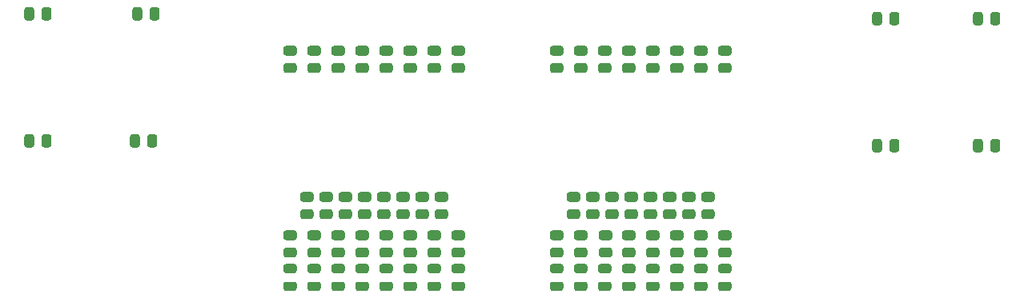
<source format=gbr>
%TF.GenerationSoftware,KiCad,Pcbnew,(5.1.9-0-10_14)*%
%TF.CreationDate,2021-07-06T13:22:30-04:00*%
%TF.ProjectId,prototyping-board,70726f74-6f74-4797-9069-6e672d626f61,rev?*%
%TF.SameCoordinates,Original*%
%TF.FileFunction,Paste,Top*%
%TF.FilePolarity,Positive*%
%FSLAX46Y46*%
G04 Gerber Fmt 4.6, Leading zero omitted, Abs format (unit mm)*
G04 Created by KiCad (PCBNEW (5.1.9-0-10_14)) date 2021-07-06 13:22:30*
%MOMM*%
%LPD*%
G01*
G04 APERTURE LIST*
G04 APERTURE END LIST*
%TO.C,R56*%
G36*
G01*
X123132001Y-125584000D02*
X122231999Y-125584000D01*
G75*
G02*
X121982000Y-125334001I0J249999D01*
G01*
X121982000Y-124808999D01*
G75*
G02*
X122231999Y-124559000I249999J0D01*
G01*
X123132001Y-124559000D01*
G75*
G02*
X123382000Y-124808999I0J-249999D01*
G01*
X123382000Y-125334001D01*
G75*
G02*
X123132001Y-125584000I-249999J0D01*
G01*
G37*
G36*
G01*
X123132001Y-127409000D02*
X122231999Y-127409000D01*
G75*
G02*
X121982000Y-127159001I0J249999D01*
G01*
X121982000Y-126633999D01*
G75*
G02*
X122231999Y-126384000I249999J0D01*
G01*
X123132001Y-126384000D01*
G75*
G02*
X123382000Y-126633999I0J-249999D01*
G01*
X123382000Y-127159001D01*
G75*
G02*
X123132001Y-127409000I-249999J0D01*
G01*
G37*
%TD*%
%TO.C,R55*%
G36*
G01*
X120592001Y-125584000D02*
X119691999Y-125584000D01*
G75*
G02*
X119442000Y-125334001I0J249999D01*
G01*
X119442000Y-124808999D01*
G75*
G02*
X119691999Y-124559000I249999J0D01*
G01*
X120592001Y-124559000D01*
G75*
G02*
X120842000Y-124808999I0J-249999D01*
G01*
X120842000Y-125334001D01*
G75*
G02*
X120592001Y-125584000I-249999J0D01*
G01*
G37*
G36*
G01*
X120592001Y-127409000D02*
X119691999Y-127409000D01*
G75*
G02*
X119442000Y-127159001I0J249999D01*
G01*
X119442000Y-126633999D01*
G75*
G02*
X119691999Y-126384000I249999J0D01*
G01*
X120592001Y-126384000D01*
G75*
G02*
X120842000Y-126633999I0J-249999D01*
G01*
X120842000Y-127159001D01*
G75*
G02*
X120592001Y-127409000I-249999J0D01*
G01*
G37*
%TD*%
%TO.C,R54*%
G36*
G01*
X118052001Y-125584000D02*
X117151999Y-125584000D01*
G75*
G02*
X116902000Y-125334001I0J249999D01*
G01*
X116902000Y-124808999D01*
G75*
G02*
X117151999Y-124559000I249999J0D01*
G01*
X118052001Y-124559000D01*
G75*
G02*
X118302000Y-124808999I0J-249999D01*
G01*
X118302000Y-125334001D01*
G75*
G02*
X118052001Y-125584000I-249999J0D01*
G01*
G37*
G36*
G01*
X118052001Y-127409000D02*
X117151999Y-127409000D01*
G75*
G02*
X116902000Y-127159001I0J249999D01*
G01*
X116902000Y-126633999D01*
G75*
G02*
X117151999Y-126384000I249999J0D01*
G01*
X118052001Y-126384000D01*
G75*
G02*
X118302000Y-126633999I0J-249999D01*
G01*
X118302000Y-127159001D01*
G75*
G02*
X118052001Y-127409000I-249999J0D01*
G01*
G37*
%TD*%
%TO.C,R53*%
G36*
G01*
X115512001Y-125584000D02*
X114611999Y-125584000D01*
G75*
G02*
X114362000Y-125334001I0J249999D01*
G01*
X114362000Y-124808999D01*
G75*
G02*
X114611999Y-124559000I249999J0D01*
G01*
X115512001Y-124559000D01*
G75*
G02*
X115762000Y-124808999I0J-249999D01*
G01*
X115762000Y-125334001D01*
G75*
G02*
X115512001Y-125584000I-249999J0D01*
G01*
G37*
G36*
G01*
X115512001Y-127409000D02*
X114611999Y-127409000D01*
G75*
G02*
X114362000Y-127159001I0J249999D01*
G01*
X114362000Y-126633999D01*
G75*
G02*
X114611999Y-126384000I249999J0D01*
G01*
X115512001Y-126384000D01*
G75*
G02*
X115762000Y-126633999I0J-249999D01*
G01*
X115762000Y-127159001D01*
G75*
G02*
X115512001Y-127409000I-249999J0D01*
G01*
G37*
%TD*%
%TO.C,R52*%
G36*
G01*
X112972001Y-125584000D02*
X112071999Y-125584000D01*
G75*
G02*
X111822000Y-125334001I0J249999D01*
G01*
X111822000Y-124808999D01*
G75*
G02*
X112071999Y-124559000I249999J0D01*
G01*
X112972001Y-124559000D01*
G75*
G02*
X113222000Y-124808999I0J-249999D01*
G01*
X113222000Y-125334001D01*
G75*
G02*
X112972001Y-125584000I-249999J0D01*
G01*
G37*
G36*
G01*
X112972001Y-127409000D02*
X112071999Y-127409000D01*
G75*
G02*
X111822000Y-127159001I0J249999D01*
G01*
X111822000Y-126633999D01*
G75*
G02*
X112071999Y-126384000I249999J0D01*
G01*
X112972001Y-126384000D01*
G75*
G02*
X113222000Y-126633999I0J-249999D01*
G01*
X113222000Y-127159001D01*
G75*
G02*
X112972001Y-127409000I-249999J0D01*
G01*
G37*
%TD*%
%TO.C,R51*%
G36*
G01*
X110524001Y-125584000D02*
X109623999Y-125584000D01*
G75*
G02*
X109374000Y-125334001I0J249999D01*
G01*
X109374000Y-124808999D01*
G75*
G02*
X109623999Y-124559000I249999J0D01*
G01*
X110524001Y-124559000D01*
G75*
G02*
X110774000Y-124808999I0J-249999D01*
G01*
X110774000Y-125334001D01*
G75*
G02*
X110524001Y-125584000I-249999J0D01*
G01*
G37*
G36*
G01*
X110524001Y-127409000D02*
X109623999Y-127409000D01*
G75*
G02*
X109374000Y-127159001I0J249999D01*
G01*
X109374000Y-126633999D01*
G75*
G02*
X109623999Y-126384000I249999J0D01*
G01*
X110524001Y-126384000D01*
G75*
G02*
X110774000Y-126633999I0J-249999D01*
G01*
X110774000Y-127159001D01*
G75*
G02*
X110524001Y-127409000I-249999J0D01*
G01*
G37*
%TD*%
%TO.C,R50*%
G36*
G01*
X107892001Y-125584000D02*
X106991999Y-125584000D01*
G75*
G02*
X106742000Y-125334001I0J249999D01*
G01*
X106742000Y-124808999D01*
G75*
G02*
X106991999Y-124559000I249999J0D01*
G01*
X107892001Y-124559000D01*
G75*
G02*
X108142000Y-124808999I0J-249999D01*
G01*
X108142000Y-125334001D01*
G75*
G02*
X107892001Y-125584000I-249999J0D01*
G01*
G37*
G36*
G01*
X107892001Y-127409000D02*
X106991999Y-127409000D01*
G75*
G02*
X106742000Y-127159001I0J249999D01*
G01*
X106742000Y-126633999D01*
G75*
G02*
X106991999Y-126384000I249999J0D01*
G01*
X107892001Y-126384000D01*
G75*
G02*
X108142000Y-126633999I0J-249999D01*
G01*
X108142000Y-127159001D01*
G75*
G02*
X107892001Y-127409000I-249999J0D01*
G01*
G37*
%TD*%
%TO.C,R49*%
G36*
G01*
X105352001Y-125584000D02*
X104451999Y-125584000D01*
G75*
G02*
X104202000Y-125334001I0J249999D01*
G01*
X104202000Y-124808999D01*
G75*
G02*
X104451999Y-124559000I249999J0D01*
G01*
X105352001Y-124559000D01*
G75*
G02*
X105602000Y-124808999I0J-249999D01*
G01*
X105602000Y-125334001D01*
G75*
G02*
X105352001Y-125584000I-249999J0D01*
G01*
G37*
G36*
G01*
X105352001Y-127409000D02*
X104451999Y-127409000D01*
G75*
G02*
X104202000Y-127159001I0J249999D01*
G01*
X104202000Y-126633999D01*
G75*
G02*
X104451999Y-126384000I249999J0D01*
G01*
X105352001Y-126384000D01*
G75*
G02*
X105602000Y-126633999I0J-249999D01*
G01*
X105602000Y-127159001D01*
G75*
G02*
X105352001Y-127409000I-249999J0D01*
G01*
G37*
%TD*%
%TO.C,D16*%
G36*
G01*
X122225750Y-129990000D02*
X123138250Y-129990000D01*
G75*
G02*
X123382000Y-130233750I0J-243750D01*
G01*
X123382000Y-130721250D01*
G75*
G02*
X123138250Y-130965000I-243750J0D01*
G01*
X122225750Y-130965000D01*
G75*
G02*
X121982000Y-130721250I0J243750D01*
G01*
X121982000Y-130233750D01*
G75*
G02*
X122225750Y-129990000I243750J0D01*
G01*
G37*
G36*
G01*
X122225750Y-128115000D02*
X123138250Y-128115000D01*
G75*
G02*
X123382000Y-128358750I0J-243750D01*
G01*
X123382000Y-128846250D01*
G75*
G02*
X123138250Y-129090000I-243750J0D01*
G01*
X122225750Y-129090000D01*
G75*
G02*
X121982000Y-128846250I0J243750D01*
G01*
X121982000Y-128358750D01*
G75*
G02*
X122225750Y-128115000I243750J0D01*
G01*
G37*
%TD*%
%TO.C,D15*%
G36*
G01*
X119685750Y-129990000D02*
X120598250Y-129990000D01*
G75*
G02*
X120842000Y-130233750I0J-243750D01*
G01*
X120842000Y-130721250D01*
G75*
G02*
X120598250Y-130965000I-243750J0D01*
G01*
X119685750Y-130965000D01*
G75*
G02*
X119442000Y-130721250I0J243750D01*
G01*
X119442000Y-130233750D01*
G75*
G02*
X119685750Y-129990000I243750J0D01*
G01*
G37*
G36*
G01*
X119685750Y-128115000D02*
X120598250Y-128115000D01*
G75*
G02*
X120842000Y-128358750I0J-243750D01*
G01*
X120842000Y-128846250D01*
G75*
G02*
X120598250Y-129090000I-243750J0D01*
G01*
X119685750Y-129090000D01*
G75*
G02*
X119442000Y-128846250I0J243750D01*
G01*
X119442000Y-128358750D01*
G75*
G02*
X119685750Y-128115000I243750J0D01*
G01*
G37*
%TD*%
%TO.C,D14*%
G36*
G01*
X117145750Y-129990000D02*
X118058250Y-129990000D01*
G75*
G02*
X118302000Y-130233750I0J-243750D01*
G01*
X118302000Y-130721250D01*
G75*
G02*
X118058250Y-130965000I-243750J0D01*
G01*
X117145750Y-130965000D01*
G75*
G02*
X116902000Y-130721250I0J243750D01*
G01*
X116902000Y-130233750D01*
G75*
G02*
X117145750Y-129990000I243750J0D01*
G01*
G37*
G36*
G01*
X117145750Y-128115000D02*
X118058250Y-128115000D01*
G75*
G02*
X118302000Y-128358750I0J-243750D01*
G01*
X118302000Y-128846250D01*
G75*
G02*
X118058250Y-129090000I-243750J0D01*
G01*
X117145750Y-129090000D01*
G75*
G02*
X116902000Y-128846250I0J243750D01*
G01*
X116902000Y-128358750D01*
G75*
G02*
X117145750Y-128115000I243750J0D01*
G01*
G37*
%TD*%
%TO.C,D13*%
G36*
G01*
X114605750Y-129990000D02*
X115518250Y-129990000D01*
G75*
G02*
X115762000Y-130233750I0J-243750D01*
G01*
X115762000Y-130721250D01*
G75*
G02*
X115518250Y-130965000I-243750J0D01*
G01*
X114605750Y-130965000D01*
G75*
G02*
X114362000Y-130721250I0J243750D01*
G01*
X114362000Y-130233750D01*
G75*
G02*
X114605750Y-129990000I243750J0D01*
G01*
G37*
G36*
G01*
X114605750Y-128115000D02*
X115518250Y-128115000D01*
G75*
G02*
X115762000Y-128358750I0J-243750D01*
G01*
X115762000Y-128846250D01*
G75*
G02*
X115518250Y-129090000I-243750J0D01*
G01*
X114605750Y-129090000D01*
G75*
G02*
X114362000Y-128846250I0J243750D01*
G01*
X114362000Y-128358750D01*
G75*
G02*
X114605750Y-128115000I243750J0D01*
G01*
G37*
%TD*%
%TO.C,D12*%
G36*
G01*
X112065750Y-129990000D02*
X112978250Y-129990000D01*
G75*
G02*
X113222000Y-130233750I0J-243750D01*
G01*
X113222000Y-130721250D01*
G75*
G02*
X112978250Y-130965000I-243750J0D01*
G01*
X112065750Y-130965000D01*
G75*
G02*
X111822000Y-130721250I0J243750D01*
G01*
X111822000Y-130233750D01*
G75*
G02*
X112065750Y-129990000I243750J0D01*
G01*
G37*
G36*
G01*
X112065750Y-128115000D02*
X112978250Y-128115000D01*
G75*
G02*
X113222000Y-128358750I0J-243750D01*
G01*
X113222000Y-128846250D01*
G75*
G02*
X112978250Y-129090000I-243750J0D01*
G01*
X112065750Y-129090000D01*
G75*
G02*
X111822000Y-128846250I0J243750D01*
G01*
X111822000Y-128358750D01*
G75*
G02*
X112065750Y-128115000I243750J0D01*
G01*
G37*
%TD*%
%TO.C,D11*%
G36*
G01*
X109525750Y-129990000D02*
X110438250Y-129990000D01*
G75*
G02*
X110682000Y-130233750I0J-243750D01*
G01*
X110682000Y-130721250D01*
G75*
G02*
X110438250Y-130965000I-243750J0D01*
G01*
X109525750Y-130965000D01*
G75*
G02*
X109282000Y-130721250I0J243750D01*
G01*
X109282000Y-130233750D01*
G75*
G02*
X109525750Y-129990000I243750J0D01*
G01*
G37*
G36*
G01*
X109525750Y-128115000D02*
X110438250Y-128115000D01*
G75*
G02*
X110682000Y-128358750I0J-243750D01*
G01*
X110682000Y-128846250D01*
G75*
G02*
X110438250Y-129090000I-243750J0D01*
G01*
X109525750Y-129090000D01*
G75*
G02*
X109282000Y-128846250I0J243750D01*
G01*
X109282000Y-128358750D01*
G75*
G02*
X109525750Y-128115000I243750J0D01*
G01*
G37*
%TD*%
%TO.C,D10*%
G36*
G01*
X106985750Y-129990000D02*
X107898250Y-129990000D01*
G75*
G02*
X108142000Y-130233750I0J-243750D01*
G01*
X108142000Y-130721250D01*
G75*
G02*
X107898250Y-130965000I-243750J0D01*
G01*
X106985750Y-130965000D01*
G75*
G02*
X106742000Y-130721250I0J243750D01*
G01*
X106742000Y-130233750D01*
G75*
G02*
X106985750Y-129990000I243750J0D01*
G01*
G37*
G36*
G01*
X106985750Y-128115000D02*
X107898250Y-128115000D01*
G75*
G02*
X108142000Y-128358750I0J-243750D01*
G01*
X108142000Y-128846250D01*
G75*
G02*
X107898250Y-129090000I-243750J0D01*
G01*
X106985750Y-129090000D01*
G75*
G02*
X106742000Y-128846250I0J243750D01*
G01*
X106742000Y-128358750D01*
G75*
G02*
X106985750Y-128115000I243750J0D01*
G01*
G37*
%TD*%
%TO.C,D9*%
G36*
G01*
X104445750Y-129990000D02*
X105358250Y-129990000D01*
G75*
G02*
X105602000Y-130233750I0J-243750D01*
G01*
X105602000Y-130721250D01*
G75*
G02*
X105358250Y-130965000I-243750J0D01*
G01*
X104445750Y-130965000D01*
G75*
G02*
X104202000Y-130721250I0J243750D01*
G01*
X104202000Y-130233750D01*
G75*
G02*
X104445750Y-129990000I243750J0D01*
G01*
G37*
G36*
G01*
X104445750Y-128115000D02*
X105358250Y-128115000D01*
G75*
G02*
X105602000Y-128358750I0J-243750D01*
G01*
X105602000Y-128846250D01*
G75*
G02*
X105358250Y-129090000I-243750J0D01*
G01*
X104445750Y-129090000D01*
G75*
G02*
X104202000Y-128846250I0J243750D01*
G01*
X104202000Y-128358750D01*
G75*
G02*
X104445750Y-128115000I243750J0D01*
G01*
G37*
%TD*%
%TO.C,R48*%
G36*
G01*
X94938001Y-125584000D02*
X94037999Y-125584000D01*
G75*
G02*
X93788000Y-125334001I0J249999D01*
G01*
X93788000Y-124808999D01*
G75*
G02*
X94037999Y-124559000I249999J0D01*
G01*
X94938001Y-124559000D01*
G75*
G02*
X95188000Y-124808999I0J-249999D01*
G01*
X95188000Y-125334001D01*
G75*
G02*
X94938001Y-125584000I-249999J0D01*
G01*
G37*
G36*
G01*
X94938001Y-127409000D02*
X94037999Y-127409000D01*
G75*
G02*
X93788000Y-127159001I0J249999D01*
G01*
X93788000Y-126633999D01*
G75*
G02*
X94037999Y-126384000I249999J0D01*
G01*
X94938001Y-126384000D01*
G75*
G02*
X95188000Y-126633999I0J-249999D01*
G01*
X95188000Y-127159001D01*
G75*
G02*
X94938001Y-127409000I-249999J0D01*
G01*
G37*
%TD*%
%TO.C,R47*%
G36*
G01*
X92398001Y-125584000D02*
X91497999Y-125584000D01*
G75*
G02*
X91248000Y-125334001I0J249999D01*
G01*
X91248000Y-124808999D01*
G75*
G02*
X91497999Y-124559000I249999J0D01*
G01*
X92398001Y-124559000D01*
G75*
G02*
X92648000Y-124808999I0J-249999D01*
G01*
X92648000Y-125334001D01*
G75*
G02*
X92398001Y-125584000I-249999J0D01*
G01*
G37*
G36*
G01*
X92398001Y-127409000D02*
X91497999Y-127409000D01*
G75*
G02*
X91248000Y-127159001I0J249999D01*
G01*
X91248000Y-126633999D01*
G75*
G02*
X91497999Y-126384000I249999J0D01*
G01*
X92398001Y-126384000D01*
G75*
G02*
X92648000Y-126633999I0J-249999D01*
G01*
X92648000Y-127159001D01*
G75*
G02*
X92398001Y-127409000I-249999J0D01*
G01*
G37*
%TD*%
%TO.C,R46*%
G36*
G01*
X89858001Y-125584000D02*
X88957999Y-125584000D01*
G75*
G02*
X88708000Y-125334001I0J249999D01*
G01*
X88708000Y-124808999D01*
G75*
G02*
X88957999Y-124559000I249999J0D01*
G01*
X89858001Y-124559000D01*
G75*
G02*
X90108000Y-124808999I0J-249999D01*
G01*
X90108000Y-125334001D01*
G75*
G02*
X89858001Y-125584000I-249999J0D01*
G01*
G37*
G36*
G01*
X89858001Y-127409000D02*
X88957999Y-127409000D01*
G75*
G02*
X88708000Y-127159001I0J249999D01*
G01*
X88708000Y-126633999D01*
G75*
G02*
X88957999Y-126384000I249999J0D01*
G01*
X89858001Y-126384000D01*
G75*
G02*
X90108000Y-126633999I0J-249999D01*
G01*
X90108000Y-127159001D01*
G75*
G02*
X89858001Y-127409000I-249999J0D01*
G01*
G37*
%TD*%
%TO.C,R45*%
G36*
G01*
X87318001Y-125584000D02*
X86417999Y-125584000D01*
G75*
G02*
X86168000Y-125334001I0J249999D01*
G01*
X86168000Y-124808999D01*
G75*
G02*
X86417999Y-124559000I249999J0D01*
G01*
X87318001Y-124559000D01*
G75*
G02*
X87568000Y-124808999I0J-249999D01*
G01*
X87568000Y-125334001D01*
G75*
G02*
X87318001Y-125584000I-249999J0D01*
G01*
G37*
G36*
G01*
X87318001Y-127409000D02*
X86417999Y-127409000D01*
G75*
G02*
X86168000Y-127159001I0J249999D01*
G01*
X86168000Y-126633999D01*
G75*
G02*
X86417999Y-126384000I249999J0D01*
G01*
X87318001Y-126384000D01*
G75*
G02*
X87568000Y-126633999I0J-249999D01*
G01*
X87568000Y-127159001D01*
G75*
G02*
X87318001Y-127409000I-249999J0D01*
G01*
G37*
%TD*%
%TO.C,R44*%
G36*
G01*
X84778001Y-125584000D02*
X83877999Y-125584000D01*
G75*
G02*
X83628000Y-125334001I0J249999D01*
G01*
X83628000Y-124808999D01*
G75*
G02*
X83877999Y-124559000I249999J0D01*
G01*
X84778001Y-124559000D01*
G75*
G02*
X85028000Y-124808999I0J-249999D01*
G01*
X85028000Y-125334001D01*
G75*
G02*
X84778001Y-125584000I-249999J0D01*
G01*
G37*
G36*
G01*
X84778001Y-127409000D02*
X83877999Y-127409000D01*
G75*
G02*
X83628000Y-127159001I0J249999D01*
G01*
X83628000Y-126633999D01*
G75*
G02*
X83877999Y-126384000I249999J0D01*
G01*
X84778001Y-126384000D01*
G75*
G02*
X85028000Y-126633999I0J-249999D01*
G01*
X85028000Y-127159001D01*
G75*
G02*
X84778001Y-127409000I-249999J0D01*
G01*
G37*
%TD*%
%TO.C,R43*%
G36*
G01*
X82238001Y-125584000D02*
X81337999Y-125584000D01*
G75*
G02*
X81088000Y-125334001I0J249999D01*
G01*
X81088000Y-124808999D01*
G75*
G02*
X81337999Y-124559000I249999J0D01*
G01*
X82238001Y-124559000D01*
G75*
G02*
X82488000Y-124808999I0J-249999D01*
G01*
X82488000Y-125334001D01*
G75*
G02*
X82238001Y-125584000I-249999J0D01*
G01*
G37*
G36*
G01*
X82238001Y-127409000D02*
X81337999Y-127409000D01*
G75*
G02*
X81088000Y-127159001I0J249999D01*
G01*
X81088000Y-126633999D01*
G75*
G02*
X81337999Y-126384000I249999J0D01*
G01*
X82238001Y-126384000D01*
G75*
G02*
X82488000Y-126633999I0J-249999D01*
G01*
X82488000Y-127159001D01*
G75*
G02*
X82238001Y-127409000I-249999J0D01*
G01*
G37*
%TD*%
%TO.C,R42*%
G36*
G01*
X79698001Y-125584000D02*
X78797999Y-125584000D01*
G75*
G02*
X78548000Y-125334001I0J249999D01*
G01*
X78548000Y-124808999D01*
G75*
G02*
X78797999Y-124559000I249999J0D01*
G01*
X79698001Y-124559000D01*
G75*
G02*
X79948000Y-124808999I0J-249999D01*
G01*
X79948000Y-125334001D01*
G75*
G02*
X79698001Y-125584000I-249999J0D01*
G01*
G37*
G36*
G01*
X79698001Y-127409000D02*
X78797999Y-127409000D01*
G75*
G02*
X78548000Y-127159001I0J249999D01*
G01*
X78548000Y-126633999D01*
G75*
G02*
X78797999Y-126384000I249999J0D01*
G01*
X79698001Y-126384000D01*
G75*
G02*
X79948000Y-126633999I0J-249999D01*
G01*
X79948000Y-127159001D01*
G75*
G02*
X79698001Y-127409000I-249999J0D01*
G01*
G37*
%TD*%
%TO.C,D8*%
G36*
G01*
X94031750Y-129990000D02*
X94944250Y-129990000D01*
G75*
G02*
X95188000Y-130233750I0J-243750D01*
G01*
X95188000Y-130721250D01*
G75*
G02*
X94944250Y-130965000I-243750J0D01*
G01*
X94031750Y-130965000D01*
G75*
G02*
X93788000Y-130721250I0J243750D01*
G01*
X93788000Y-130233750D01*
G75*
G02*
X94031750Y-129990000I243750J0D01*
G01*
G37*
G36*
G01*
X94031750Y-128115000D02*
X94944250Y-128115000D01*
G75*
G02*
X95188000Y-128358750I0J-243750D01*
G01*
X95188000Y-128846250D01*
G75*
G02*
X94944250Y-129090000I-243750J0D01*
G01*
X94031750Y-129090000D01*
G75*
G02*
X93788000Y-128846250I0J243750D01*
G01*
X93788000Y-128358750D01*
G75*
G02*
X94031750Y-128115000I243750J0D01*
G01*
G37*
%TD*%
%TO.C,D7*%
G36*
G01*
X91491750Y-129990000D02*
X92404250Y-129990000D01*
G75*
G02*
X92648000Y-130233750I0J-243750D01*
G01*
X92648000Y-130721250D01*
G75*
G02*
X92404250Y-130965000I-243750J0D01*
G01*
X91491750Y-130965000D01*
G75*
G02*
X91248000Y-130721250I0J243750D01*
G01*
X91248000Y-130233750D01*
G75*
G02*
X91491750Y-129990000I243750J0D01*
G01*
G37*
G36*
G01*
X91491750Y-128115000D02*
X92404250Y-128115000D01*
G75*
G02*
X92648000Y-128358750I0J-243750D01*
G01*
X92648000Y-128846250D01*
G75*
G02*
X92404250Y-129090000I-243750J0D01*
G01*
X91491750Y-129090000D01*
G75*
G02*
X91248000Y-128846250I0J243750D01*
G01*
X91248000Y-128358750D01*
G75*
G02*
X91491750Y-128115000I243750J0D01*
G01*
G37*
%TD*%
%TO.C,D6*%
G36*
G01*
X88951750Y-129990000D02*
X89864250Y-129990000D01*
G75*
G02*
X90108000Y-130233750I0J-243750D01*
G01*
X90108000Y-130721250D01*
G75*
G02*
X89864250Y-130965000I-243750J0D01*
G01*
X88951750Y-130965000D01*
G75*
G02*
X88708000Y-130721250I0J243750D01*
G01*
X88708000Y-130233750D01*
G75*
G02*
X88951750Y-129990000I243750J0D01*
G01*
G37*
G36*
G01*
X88951750Y-128115000D02*
X89864250Y-128115000D01*
G75*
G02*
X90108000Y-128358750I0J-243750D01*
G01*
X90108000Y-128846250D01*
G75*
G02*
X89864250Y-129090000I-243750J0D01*
G01*
X88951750Y-129090000D01*
G75*
G02*
X88708000Y-128846250I0J243750D01*
G01*
X88708000Y-128358750D01*
G75*
G02*
X88951750Y-128115000I243750J0D01*
G01*
G37*
%TD*%
%TO.C,D5*%
G36*
G01*
X86411750Y-129990000D02*
X87324250Y-129990000D01*
G75*
G02*
X87568000Y-130233750I0J-243750D01*
G01*
X87568000Y-130721250D01*
G75*
G02*
X87324250Y-130965000I-243750J0D01*
G01*
X86411750Y-130965000D01*
G75*
G02*
X86168000Y-130721250I0J243750D01*
G01*
X86168000Y-130233750D01*
G75*
G02*
X86411750Y-129990000I243750J0D01*
G01*
G37*
G36*
G01*
X86411750Y-128115000D02*
X87324250Y-128115000D01*
G75*
G02*
X87568000Y-128358750I0J-243750D01*
G01*
X87568000Y-128846250D01*
G75*
G02*
X87324250Y-129090000I-243750J0D01*
G01*
X86411750Y-129090000D01*
G75*
G02*
X86168000Y-128846250I0J243750D01*
G01*
X86168000Y-128358750D01*
G75*
G02*
X86411750Y-128115000I243750J0D01*
G01*
G37*
%TD*%
%TO.C,D4*%
G36*
G01*
X83871750Y-129990000D02*
X84784250Y-129990000D01*
G75*
G02*
X85028000Y-130233750I0J-243750D01*
G01*
X85028000Y-130721250D01*
G75*
G02*
X84784250Y-130965000I-243750J0D01*
G01*
X83871750Y-130965000D01*
G75*
G02*
X83628000Y-130721250I0J243750D01*
G01*
X83628000Y-130233750D01*
G75*
G02*
X83871750Y-129990000I243750J0D01*
G01*
G37*
G36*
G01*
X83871750Y-128115000D02*
X84784250Y-128115000D01*
G75*
G02*
X85028000Y-128358750I0J-243750D01*
G01*
X85028000Y-128846250D01*
G75*
G02*
X84784250Y-129090000I-243750J0D01*
G01*
X83871750Y-129090000D01*
G75*
G02*
X83628000Y-128846250I0J243750D01*
G01*
X83628000Y-128358750D01*
G75*
G02*
X83871750Y-128115000I243750J0D01*
G01*
G37*
%TD*%
%TO.C,D3*%
G36*
G01*
X81331750Y-129990000D02*
X82244250Y-129990000D01*
G75*
G02*
X82488000Y-130233750I0J-243750D01*
G01*
X82488000Y-130721250D01*
G75*
G02*
X82244250Y-130965000I-243750J0D01*
G01*
X81331750Y-130965000D01*
G75*
G02*
X81088000Y-130721250I0J243750D01*
G01*
X81088000Y-130233750D01*
G75*
G02*
X81331750Y-129990000I243750J0D01*
G01*
G37*
G36*
G01*
X81331750Y-128115000D02*
X82244250Y-128115000D01*
G75*
G02*
X82488000Y-128358750I0J-243750D01*
G01*
X82488000Y-128846250D01*
G75*
G02*
X82244250Y-129090000I-243750J0D01*
G01*
X81331750Y-129090000D01*
G75*
G02*
X81088000Y-128846250I0J243750D01*
G01*
X81088000Y-128358750D01*
G75*
G02*
X81331750Y-128115000I243750J0D01*
G01*
G37*
%TD*%
%TO.C,D2*%
G36*
G01*
X78791750Y-129990000D02*
X79704250Y-129990000D01*
G75*
G02*
X79948000Y-130233750I0J-243750D01*
G01*
X79948000Y-130721250D01*
G75*
G02*
X79704250Y-130965000I-243750J0D01*
G01*
X78791750Y-130965000D01*
G75*
G02*
X78548000Y-130721250I0J243750D01*
G01*
X78548000Y-130233750D01*
G75*
G02*
X78791750Y-129990000I243750J0D01*
G01*
G37*
G36*
G01*
X78791750Y-128115000D02*
X79704250Y-128115000D01*
G75*
G02*
X79948000Y-128358750I0J-243750D01*
G01*
X79948000Y-128846250D01*
G75*
G02*
X79704250Y-129090000I-243750J0D01*
G01*
X78791750Y-129090000D01*
G75*
G02*
X78548000Y-128846250I0J243750D01*
G01*
X78548000Y-128358750D01*
G75*
G02*
X78791750Y-128115000I243750J0D01*
G01*
G37*
%TD*%
%TO.C,R41*%
G36*
G01*
X77158001Y-125584000D02*
X76257999Y-125584000D01*
G75*
G02*
X76008000Y-125334001I0J249999D01*
G01*
X76008000Y-124808999D01*
G75*
G02*
X76257999Y-124559000I249999J0D01*
G01*
X77158001Y-124559000D01*
G75*
G02*
X77408000Y-124808999I0J-249999D01*
G01*
X77408000Y-125334001D01*
G75*
G02*
X77158001Y-125584000I-249999J0D01*
G01*
G37*
G36*
G01*
X77158001Y-127409000D02*
X76257999Y-127409000D01*
G75*
G02*
X76008000Y-127159001I0J249999D01*
G01*
X76008000Y-126633999D01*
G75*
G02*
X76257999Y-126384000I249999J0D01*
G01*
X77158001Y-126384000D01*
G75*
G02*
X77408000Y-126633999I0J-249999D01*
G01*
X77408000Y-127159001D01*
G75*
G02*
X77158001Y-127409000I-249999J0D01*
G01*
G37*
%TD*%
%TO.C,D1*%
G36*
G01*
X76251750Y-129990000D02*
X77164250Y-129990000D01*
G75*
G02*
X77408000Y-130233750I0J-243750D01*
G01*
X77408000Y-130721250D01*
G75*
G02*
X77164250Y-130965000I-243750J0D01*
G01*
X76251750Y-130965000D01*
G75*
G02*
X76008000Y-130721250I0J243750D01*
G01*
X76008000Y-130233750D01*
G75*
G02*
X76251750Y-129990000I243750J0D01*
G01*
G37*
G36*
G01*
X76251750Y-128115000D02*
X77164250Y-128115000D01*
G75*
G02*
X77408000Y-128358750I0J-243750D01*
G01*
X77408000Y-128846250D01*
G75*
G02*
X77164250Y-129090000I-243750J0D01*
G01*
X76251750Y-129090000D01*
G75*
G02*
X76008000Y-128846250I0J243750D01*
G01*
X76008000Y-128358750D01*
G75*
G02*
X76251750Y-128115000I243750J0D01*
G01*
G37*
%TD*%
%TO.C,R40*%
G36*
G01*
X150768000Y-116020001D02*
X150768000Y-115119999D01*
G75*
G02*
X151017999Y-114870000I249999J0D01*
G01*
X151543001Y-114870000D01*
G75*
G02*
X151793000Y-115119999I0J-249999D01*
G01*
X151793000Y-116020001D01*
G75*
G02*
X151543001Y-116270000I-249999J0D01*
G01*
X151017999Y-116270000D01*
G75*
G02*
X150768000Y-116020001I0J249999D01*
G01*
G37*
G36*
G01*
X148943000Y-116020001D02*
X148943000Y-115119999D01*
G75*
G02*
X149192999Y-114870000I249999J0D01*
G01*
X149718001Y-114870000D01*
G75*
G02*
X149968000Y-115119999I0J-249999D01*
G01*
X149968000Y-116020001D01*
G75*
G02*
X149718001Y-116270000I-249999J0D01*
G01*
X149192999Y-116270000D01*
G75*
G02*
X148943000Y-116020001I0J249999D01*
G01*
G37*
%TD*%
%TO.C,R39*%
G36*
G01*
X140100000Y-116020001D02*
X140100000Y-115119999D01*
G75*
G02*
X140349999Y-114870000I249999J0D01*
G01*
X140875001Y-114870000D01*
G75*
G02*
X141125000Y-115119999I0J-249999D01*
G01*
X141125000Y-116020001D01*
G75*
G02*
X140875001Y-116270000I-249999J0D01*
G01*
X140349999Y-116270000D01*
G75*
G02*
X140100000Y-116020001I0J249999D01*
G01*
G37*
G36*
G01*
X138275000Y-116020001D02*
X138275000Y-115119999D01*
G75*
G02*
X138524999Y-114870000I249999J0D01*
G01*
X139050001Y-114870000D01*
G75*
G02*
X139300000Y-115119999I0J-249999D01*
G01*
X139300000Y-116020001D01*
G75*
G02*
X139050001Y-116270000I-249999J0D01*
G01*
X138524999Y-116270000D01*
G75*
G02*
X138275000Y-116020001I0J249999D01*
G01*
G37*
%TD*%
%TO.C,R38*%
G36*
G01*
X150768000Y-102558001D02*
X150768000Y-101657999D01*
G75*
G02*
X151017999Y-101408000I249999J0D01*
G01*
X151543001Y-101408000D01*
G75*
G02*
X151793000Y-101657999I0J-249999D01*
G01*
X151793000Y-102558001D01*
G75*
G02*
X151543001Y-102808000I-249999J0D01*
G01*
X151017999Y-102808000D01*
G75*
G02*
X150768000Y-102558001I0J249999D01*
G01*
G37*
G36*
G01*
X148943000Y-102558001D02*
X148943000Y-101657999D01*
G75*
G02*
X149192999Y-101408000I249999J0D01*
G01*
X149718001Y-101408000D01*
G75*
G02*
X149968000Y-101657999I0J-249999D01*
G01*
X149968000Y-102558001D01*
G75*
G02*
X149718001Y-102808000I-249999J0D01*
G01*
X149192999Y-102808000D01*
G75*
G02*
X148943000Y-102558001I0J249999D01*
G01*
G37*
%TD*%
%TO.C,R37*%
G36*
G01*
X140100000Y-102558001D02*
X140100000Y-101657999D01*
G75*
G02*
X140349999Y-101408000I249999J0D01*
G01*
X140875001Y-101408000D01*
G75*
G02*
X141125000Y-101657999I0J-249999D01*
G01*
X141125000Y-102558001D01*
G75*
G02*
X140875001Y-102808000I-249999J0D01*
G01*
X140349999Y-102808000D01*
G75*
G02*
X140100000Y-102558001I0J249999D01*
G01*
G37*
G36*
G01*
X138275000Y-102558001D02*
X138275000Y-101657999D01*
G75*
G02*
X138524999Y-101408000I249999J0D01*
G01*
X139050001Y-101408000D01*
G75*
G02*
X139300000Y-101657999I0J-249999D01*
G01*
X139300000Y-102558001D01*
G75*
G02*
X139050001Y-102808000I-249999J0D01*
G01*
X138524999Y-102808000D01*
G75*
G02*
X138275000Y-102558001I0J249999D01*
G01*
G37*
%TD*%
%TO.C,R36*%
G36*
G01*
X61614000Y-115512001D02*
X61614000Y-114611999D01*
G75*
G02*
X61863999Y-114362000I249999J0D01*
G01*
X62389001Y-114362000D01*
G75*
G02*
X62639000Y-114611999I0J-249999D01*
G01*
X62639000Y-115512001D01*
G75*
G02*
X62389001Y-115762000I-249999J0D01*
G01*
X61863999Y-115762000D01*
G75*
G02*
X61614000Y-115512001I0J249999D01*
G01*
G37*
G36*
G01*
X59789000Y-115512001D02*
X59789000Y-114611999D01*
G75*
G02*
X60038999Y-114362000I249999J0D01*
G01*
X60564001Y-114362000D01*
G75*
G02*
X60814000Y-114611999I0J-249999D01*
G01*
X60814000Y-115512001D01*
G75*
G02*
X60564001Y-115762000I-249999J0D01*
G01*
X60038999Y-115762000D01*
G75*
G02*
X59789000Y-115512001I0J249999D01*
G01*
G37*
%TD*%
%TO.C,R35*%
G36*
G01*
X50438000Y-102050001D02*
X50438000Y-101149999D01*
G75*
G02*
X50687999Y-100900000I249999J0D01*
G01*
X51213001Y-100900000D01*
G75*
G02*
X51463000Y-101149999I0J-249999D01*
G01*
X51463000Y-102050001D01*
G75*
G02*
X51213001Y-102300000I-249999J0D01*
G01*
X50687999Y-102300000D01*
G75*
G02*
X50438000Y-102050001I0J249999D01*
G01*
G37*
G36*
G01*
X48613000Y-102050001D02*
X48613000Y-101149999D01*
G75*
G02*
X48862999Y-100900000I249999J0D01*
G01*
X49388001Y-100900000D01*
G75*
G02*
X49638000Y-101149999I0J-249999D01*
G01*
X49638000Y-102050001D01*
G75*
G02*
X49388001Y-102300000I-249999J0D01*
G01*
X48862999Y-102300000D01*
G75*
G02*
X48613000Y-102050001I0J249999D01*
G01*
G37*
%TD*%
%TO.C,R34*%
G36*
G01*
X50438000Y-115512001D02*
X50438000Y-114611999D01*
G75*
G02*
X50687999Y-114362000I249999J0D01*
G01*
X51213001Y-114362000D01*
G75*
G02*
X51463000Y-114611999I0J-249999D01*
G01*
X51463000Y-115512001D01*
G75*
G02*
X51213001Y-115762000I-249999J0D01*
G01*
X50687999Y-115762000D01*
G75*
G02*
X50438000Y-115512001I0J249999D01*
G01*
G37*
G36*
G01*
X48613000Y-115512001D02*
X48613000Y-114611999D01*
G75*
G02*
X48862999Y-114362000I249999J0D01*
G01*
X49388001Y-114362000D01*
G75*
G02*
X49638000Y-114611999I0J-249999D01*
G01*
X49638000Y-115512001D01*
G75*
G02*
X49388001Y-115762000I-249999J0D01*
G01*
X48862999Y-115762000D01*
G75*
G02*
X48613000Y-115512001I0J249999D01*
G01*
G37*
%TD*%
%TO.C,R33*%
G36*
G01*
X61868000Y-102050001D02*
X61868000Y-101149999D01*
G75*
G02*
X62117999Y-100900000I249999J0D01*
G01*
X62643001Y-100900000D01*
G75*
G02*
X62893000Y-101149999I0J-249999D01*
G01*
X62893000Y-102050001D01*
G75*
G02*
X62643001Y-102300000I-249999J0D01*
G01*
X62117999Y-102300000D01*
G75*
G02*
X61868000Y-102050001I0J249999D01*
G01*
G37*
G36*
G01*
X60043000Y-102050001D02*
X60043000Y-101149999D01*
G75*
G02*
X60292999Y-100900000I249999J0D01*
G01*
X60818001Y-100900000D01*
G75*
G02*
X61068000Y-101149999I0J-249999D01*
G01*
X61068000Y-102050001D01*
G75*
G02*
X60818001Y-102300000I-249999J0D01*
G01*
X60292999Y-102300000D01*
G75*
G02*
X60043000Y-102050001I0J249999D01*
G01*
G37*
%TD*%
%TO.C,R32*%
G36*
G01*
X120453999Y-122320000D02*
X121354001Y-122320000D01*
G75*
G02*
X121604000Y-122569999I0J-249999D01*
G01*
X121604000Y-123095001D01*
G75*
G02*
X121354001Y-123345000I-249999J0D01*
G01*
X120453999Y-123345000D01*
G75*
G02*
X120204000Y-123095001I0J249999D01*
G01*
X120204000Y-122569999D01*
G75*
G02*
X120453999Y-122320000I249999J0D01*
G01*
G37*
G36*
G01*
X120453999Y-120495000D02*
X121354001Y-120495000D01*
G75*
G02*
X121604000Y-120744999I0J-249999D01*
G01*
X121604000Y-121270001D01*
G75*
G02*
X121354001Y-121520000I-249999J0D01*
G01*
X120453999Y-121520000D01*
G75*
G02*
X120204000Y-121270001I0J249999D01*
G01*
X120204000Y-120744999D01*
G75*
G02*
X120453999Y-120495000I249999J0D01*
G01*
G37*
%TD*%
%TO.C,R31*%
G36*
G01*
X118421999Y-122320000D02*
X119322001Y-122320000D01*
G75*
G02*
X119572000Y-122569999I0J-249999D01*
G01*
X119572000Y-123095001D01*
G75*
G02*
X119322001Y-123345000I-249999J0D01*
G01*
X118421999Y-123345000D01*
G75*
G02*
X118172000Y-123095001I0J249999D01*
G01*
X118172000Y-122569999D01*
G75*
G02*
X118421999Y-122320000I249999J0D01*
G01*
G37*
G36*
G01*
X118421999Y-120495000D02*
X119322001Y-120495000D01*
G75*
G02*
X119572000Y-120744999I0J-249999D01*
G01*
X119572000Y-121270001D01*
G75*
G02*
X119322001Y-121520000I-249999J0D01*
G01*
X118421999Y-121520000D01*
G75*
G02*
X118172000Y-121270001I0J249999D01*
G01*
X118172000Y-120744999D01*
G75*
G02*
X118421999Y-120495000I249999J0D01*
G01*
G37*
%TD*%
%TO.C,R30*%
G36*
G01*
X116389999Y-122320000D02*
X117290001Y-122320000D01*
G75*
G02*
X117540000Y-122569999I0J-249999D01*
G01*
X117540000Y-123095001D01*
G75*
G02*
X117290001Y-123345000I-249999J0D01*
G01*
X116389999Y-123345000D01*
G75*
G02*
X116140000Y-123095001I0J249999D01*
G01*
X116140000Y-122569999D01*
G75*
G02*
X116389999Y-122320000I249999J0D01*
G01*
G37*
G36*
G01*
X116389999Y-120495000D02*
X117290001Y-120495000D01*
G75*
G02*
X117540000Y-120744999I0J-249999D01*
G01*
X117540000Y-121270001D01*
G75*
G02*
X117290001Y-121520000I-249999J0D01*
G01*
X116389999Y-121520000D01*
G75*
G02*
X116140000Y-121270001I0J249999D01*
G01*
X116140000Y-120744999D01*
G75*
G02*
X116389999Y-120495000I249999J0D01*
G01*
G37*
%TD*%
%TO.C,R29*%
G36*
G01*
X114357999Y-122320000D02*
X115258001Y-122320000D01*
G75*
G02*
X115508000Y-122569999I0J-249999D01*
G01*
X115508000Y-123095001D01*
G75*
G02*
X115258001Y-123345000I-249999J0D01*
G01*
X114357999Y-123345000D01*
G75*
G02*
X114108000Y-123095001I0J249999D01*
G01*
X114108000Y-122569999D01*
G75*
G02*
X114357999Y-122320000I249999J0D01*
G01*
G37*
G36*
G01*
X114357999Y-120495000D02*
X115258001Y-120495000D01*
G75*
G02*
X115508000Y-120744999I0J-249999D01*
G01*
X115508000Y-121270001D01*
G75*
G02*
X115258001Y-121520000I-249999J0D01*
G01*
X114357999Y-121520000D01*
G75*
G02*
X114108000Y-121270001I0J249999D01*
G01*
X114108000Y-120744999D01*
G75*
G02*
X114357999Y-120495000I249999J0D01*
G01*
G37*
%TD*%
%TO.C,R28*%
G36*
G01*
X112325999Y-122320000D02*
X113226001Y-122320000D01*
G75*
G02*
X113476000Y-122569999I0J-249999D01*
G01*
X113476000Y-123095001D01*
G75*
G02*
X113226001Y-123345000I-249999J0D01*
G01*
X112325999Y-123345000D01*
G75*
G02*
X112076000Y-123095001I0J249999D01*
G01*
X112076000Y-122569999D01*
G75*
G02*
X112325999Y-122320000I249999J0D01*
G01*
G37*
G36*
G01*
X112325999Y-120495000D02*
X113226001Y-120495000D01*
G75*
G02*
X113476000Y-120744999I0J-249999D01*
G01*
X113476000Y-121270001D01*
G75*
G02*
X113226001Y-121520000I-249999J0D01*
G01*
X112325999Y-121520000D01*
G75*
G02*
X112076000Y-121270001I0J249999D01*
G01*
X112076000Y-120744999D01*
G75*
G02*
X112325999Y-120495000I249999J0D01*
G01*
G37*
%TD*%
%TO.C,R27*%
G36*
G01*
X110293999Y-122320000D02*
X111194001Y-122320000D01*
G75*
G02*
X111444000Y-122569999I0J-249999D01*
G01*
X111444000Y-123095001D01*
G75*
G02*
X111194001Y-123345000I-249999J0D01*
G01*
X110293999Y-123345000D01*
G75*
G02*
X110044000Y-123095001I0J249999D01*
G01*
X110044000Y-122569999D01*
G75*
G02*
X110293999Y-122320000I249999J0D01*
G01*
G37*
G36*
G01*
X110293999Y-120495000D02*
X111194001Y-120495000D01*
G75*
G02*
X111444000Y-120744999I0J-249999D01*
G01*
X111444000Y-121270001D01*
G75*
G02*
X111194001Y-121520000I-249999J0D01*
G01*
X110293999Y-121520000D01*
G75*
G02*
X110044000Y-121270001I0J249999D01*
G01*
X110044000Y-120744999D01*
G75*
G02*
X110293999Y-120495000I249999J0D01*
G01*
G37*
%TD*%
%TO.C,R26*%
G36*
G01*
X108261999Y-122320000D02*
X109162001Y-122320000D01*
G75*
G02*
X109412000Y-122569999I0J-249999D01*
G01*
X109412000Y-123095001D01*
G75*
G02*
X109162001Y-123345000I-249999J0D01*
G01*
X108261999Y-123345000D01*
G75*
G02*
X108012000Y-123095001I0J249999D01*
G01*
X108012000Y-122569999D01*
G75*
G02*
X108261999Y-122320000I249999J0D01*
G01*
G37*
G36*
G01*
X108261999Y-120495000D02*
X109162001Y-120495000D01*
G75*
G02*
X109412000Y-120744999I0J-249999D01*
G01*
X109412000Y-121270001D01*
G75*
G02*
X109162001Y-121520000I-249999J0D01*
G01*
X108261999Y-121520000D01*
G75*
G02*
X108012000Y-121270001I0J249999D01*
G01*
X108012000Y-120744999D01*
G75*
G02*
X108261999Y-120495000I249999J0D01*
G01*
G37*
%TD*%
%TO.C,R25*%
G36*
G01*
X106229999Y-122320000D02*
X107130001Y-122320000D01*
G75*
G02*
X107380000Y-122569999I0J-249999D01*
G01*
X107380000Y-123095001D01*
G75*
G02*
X107130001Y-123345000I-249999J0D01*
G01*
X106229999Y-123345000D01*
G75*
G02*
X105980000Y-123095001I0J249999D01*
G01*
X105980000Y-122569999D01*
G75*
G02*
X106229999Y-122320000I249999J0D01*
G01*
G37*
G36*
G01*
X106229999Y-120495000D02*
X107130001Y-120495000D01*
G75*
G02*
X107380000Y-120744999I0J-249999D01*
G01*
X107380000Y-121270001D01*
G75*
G02*
X107130001Y-121520000I-249999J0D01*
G01*
X106229999Y-121520000D01*
G75*
G02*
X105980000Y-121270001I0J249999D01*
G01*
X105980000Y-120744999D01*
G75*
G02*
X106229999Y-120495000I249999J0D01*
G01*
G37*
%TD*%
%TO.C,R24*%
G36*
G01*
X123132001Y-106026000D02*
X122231999Y-106026000D01*
G75*
G02*
X121982000Y-105776001I0J249999D01*
G01*
X121982000Y-105250999D01*
G75*
G02*
X122231999Y-105001000I249999J0D01*
G01*
X123132001Y-105001000D01*
G75*
G02*
X123382000Y-105250999I0J-249999D01*
G01*
X123382000Y-105776001D01*
G75*
G02*
X123132001Y-106026000I-249999J0D01*
G01*
G37*
G36*
G01*
X123132001Y-107851000D02*
X122231999Y-107851000D01*
G75*
G02*
X121982000Y-107601001I0J249999D01*
G01*
X121982000Y-107075999D01*
G75*
G02*
X122231999Y-106826000I249999J0D01*
G01*
X123132001Y-106826000D01*
G75*
G02*
X123382000Y-107075999I0J-249999D01*
G01*
X123382000Y-107601001D01*
G75*
G02*
X123132001Y-107851000I-249999J0D01*
G01*
G37*
%TD*%
%TO.C,R23*%
G36*
G01*
X120592001Y-106026000D02*
X119691999Y-106026000D01*
G75*
G02*
X119442000Y-105776001I0J249999D01*
G01*
X119442000Y-105250999D01*
G75*
G02*
X119691999Y-105001000I249999J0D01*
G01*
X120592001Y-105001000D01*
G75*
G02*
X120842000Y-105250999I0J-249999D01*
G01*
X120842000Y-105776001D01*
G75*
G02*
X120592001Y-106026000I-249999J0D01*
G01*
G37*
G36*
G01*
X120592001Y-107851000D02*
X119691999Y-107851000D01*
G75*
G02*
X119442000Y-107601001I0J249999D01*
G01*
X119442000Y-107075999D01*
G75*
G02*
X119691999Y-106826000I249999J0D01*
G01*
X120592001Y-106826000D01*
G75*
G02*
X120842000Y-107075999I0J-249999D01*
G01*
X120842000Y-107601001D01*
G75*
G02*
X120592001Y-107851000I-249999J0D01*
G01*
G37*
%TD*%
%TO.C,R22*%
G36*
G01*
X118052001Y-106026000D02*
X117151999Y-106026000D01*
G75*
G02*
X116902000Y-105776001I0J249999D01*
G01*
X116902000Y-105250999D01*
G75*
G02*
X117151999Y-105001000I249999J0D01*
G01*
X118052001Y-105001000D01*
G75*
G02*
X118302000Y-105250999I0J-249999D01*
G01*
X118302000Y-105776001D01*
G75*
G02*
X118052001Y-106026000I-249999J0D01*
G01*
G37*
G36*
G01*
X118052001Y-107851000D02*
X117151999Y-107851000D01*
G75*
G02*
X116902000Y-107601001I0J249999D01*
G01*
X116902000Y-107075999D01*
G75*
G02*
X117151999Y-106826000I249999J0D01*
G01*
X118052001Y-106826000D01*
G75*
G02*
X118302000Y-107075999I0J-249999D01*
G01*
X118302000Y-107601001D01*
G75*
G02*
X118052001Y-107851000I-249999J0D01*
G01*
G37*
%TD*%
%TO.C,R21*%
G36*
G01*
X115512001Y-106026000D02*
X114611999Y-106026000D01*
G75*
G02*
X114362000Y-105776001I0J249999D01*
G01*
X114362000Y-105250999D01*
G75*
G02*
X114611999Y-105001000I249999J0D01*
G01*
X115512001Y-105001000D01*
G75*
G02*
X115762000Y-105250999I0J-249999D01*
G01*
X115762000Y-105776001D01*
G75*
G02*
X115512001Y-106026000I-249999J0D01*
G01*
G37*
G36*
G01*
X115512001Y-107851000D02*
X114611999Y-107851000D01*
G75*
G02*
X114362000Y-107601001I0J249999D01*
G01*
X114362000Y-107075999D01*
G75*
G02*
X114611999Y-106826000I249999J0D01*
G01*
X115512001Y-106826000D01*
G75*
G02*
X115762000Y-107075999I0J-249999D01*
G01*
X115762000Y-107601001D01*
G75*
G02*
X115512001Y-107851000I-249999J0D01*
G01*
G37*
%TD*%
%TO.C,R20*%
G36*
G01*
X112972001Y-106026000D02*
X112071999Y-106026000D01*
G75*
G02*
X111822000Y-105776001I0J249999D01*
G01*
X111822000Y-105250999D01*
G75*
G02*
X112071999Y-105001000I249999J0D01*
G01*
X112972001Y-105001000D01*
G75*
G02*
X113222000Y-105250999I0J-249999D01*
G01*
X113222000Y-105776001D01*
G75*
G02*
X112972001Y-106026000I-249999J0D01*
G01*
G37*
G36*
G01*
X112972001Y-107851000D02*
X112071999Y-107851000D01*
G75*
G02*
X111822000Y-107601001I0J249999D01*
G01*
X111822000Y-107075999D01*
G75*
G02*
X112071999Y-106826000I249999J0D01*
G01*
X112972001Y-106826000D01*
G75*
G02*
X113222000Y-107075999I0J-249999D01*
G01*
X113222000Y-107601001D01*
G75*
G02*
X112972001Y-107851000I-249999J0D01*
G01*
G37*
%TD*%
%TO.C,R19*%
G36*
G01*
X110432001Y-106026000D02*
X109531999Y-106026000D01*
G75*
G02*
X109282000Y-105776001I0J249999D01*
G01*
X109282000Y-105250999D01*
G75*
G02*
X109531999Y-105001000I249999J0D01*
G01*
X110432001Y-105001000D01*
G75*
G02*
X110682000Y-105250999I0J-249999D01*
G01*
X110682000Y-105776001D01*
G75*
G02*
X110432001Y-106026000I-249999J0D01*
G01*
G37*
G36*
G01*
X110432001Y-107851000D02*
X109531999Y-107851000D01*
G75*
G02*
X109282000Y-107601001I0J249999D01*
G01*
X109282000Y-107075999D01*
G75*
G02*
X109531999Y-106826000I249999J0D01*
G01*
X110432001Y-106826000D01*
G75*
G02*
X110682000Y-107075999I0J-249999D01*
G01*
X110682000Y-107601001D01*
G75*
G02*
X110432001Y-107851000I-249999J0D01*
G01*
G37*
%TD*%
%TO.C,R18*%
G36*
G01*
X107892001Y-106026000D02*
X106991999Y-106026000D01*
G75*
G02*
X106742000Y-105776001I0J249999D01*
G01*
X106742000Y-105250999D01*
G75*
G02*
X106991999Y-105001000I249999J0D01*
G01*
X107892001Y-105001000D01*
G75*
G02*
X108142000Y-105250999I0J-249999D01*
G01*
X108142000Y-105776001D01*
G75*
G02*
X107892001Y-106026000I-249999J0D01*
G01*
G37*
G36*
G01*
X107892001Y-107851000D02*
X106991999Y-107851000D01*
G75*
G02*
X106742000Y-107601001I0J249999D01*
G01*
X106742000Y-107075999D01*
G75*
G02*
X106991999Y-106826000I249999J0D01*
G01*
X107892001Y-106826000D01*
G75*
G02*
X108142000Y-107075999I0J-249999D01*
G01*
X108142000Y-107601001D01*
G75*
G02*
X107892001Y-107851000I-249999J0D01*
G01*
G37*
%TD*%
%TO.C,R17*%
G36*
G01*
X105352001Y-106026000D02*
X104451999Y-106026000D01*
G75*
G02*
X104202000Y-105776001I0J249999D01*
G01*
X104202000Y-105250999D01*
G75*
G02*
X104451999Y-105001000I249999J0D01*
G01*
X105352001Y-105001000D01*
G75*
G02*
X105602000Y-105250999I0J-249999D01*
G01*
X105602000Y-105776001D01*
G75*
G02*
X105352001Y-106026000I-249999J0D01*
G01*
G37*
G36*
G01*
X105352001Y-107851000D02*
X104451999Y-107851000D01*
G75*
G02*
X104202000Y-107601001I0J249999D01*
G01*
X104202000Y-107075999D01*
G75*
G02*
X104451999Y-106826000I249999J0D01*
G01*
X105352001Y-106826000D01*
G75*
G02*
X105602000Y-107075999I0J-249999D01*
G01*
X105602000Y-107601001D01*
G75*
G02*
X105352001Y-107851000I-249999J0D01*
G01*
G37*
%TD*%
%TO.C,R16*%
G36*
G01*
X94938001Y-106026000D02*
X94037999Y-106026000D01*
G75*
G02*
X93788000Y-105776001I0J249999D01*
G01*
X93788000Y-105250999D01*
G75*
G02*
X94037999Y-105001000I249999J0D01*
G01*
X94938001Y-105001000D01*
G75*
G02*
X95188000Y-105250999I0J-249999D01*
G01*
X95188000Y-105776001D01*
G75*
G02*
X94938001Y-106026000I-249999J0D01*
G01*
G37*
G36*
G01*
X94938001Y-107851000D02*
X94037999Y-107851000D01*
G75*
G02*
X93788000Y-107601001I0J249999D01*
G01*
X93788000Y-107075999D01*
G75*
G02*
X94037999Y-106826000I249999J0D01*
G01*
X94938001Y-106826000D01*
G75*
G02*
X95188000Y-107075999I0J-249999D01*
G01*
X95188000Y-107601001D01*
G75*
G02*
X94938001Y-107851000I-249999J0D01*
G01*
G37*
%TD*%
%TO.C,R15*%
G36*
G01*
X92398001Y-106026000D02*
X91497999Y-106026000D01*
G75*
G02*
X91248000Y-105776001I0J249999D01*
G01*
X91248000Y-105250999D01*
G75*
G02*
X91497999Y-105001000I249999J0D01*
G01*
X92398001Y-105001000D01*
G75*
G02*
X92648000Y-105250999I0J-249999D01*
G01*
X92648000Y-105776001D01*
G75*
G02*
X92398001Y-106026000I-249999J0D01*
G01*
G37*
G36*
G01*
X92398001Y-107851000D02*
X91497999Y-107851000D01*
G75*
G02*
X91248000Y-107601001I0J249999D01*
G01*
X91248000Y-107075999D01*
G75*
G02*
X91497999Y-106826000I249999J0D01*
G01*
X92398001Y-106826000D01*
G75*
G02*
X92648000Y-107075999I0J-249999D01*
G01*
X92648000Y-107601001D01*
G75*
G02*
X92398001Y-107851000I-249999J0D01*
G01*
G37*
%TD*%
%TO.C,R14*%
G36*
G01*
X89858001Y-106026000D02*
X88957999Y-106026000D01*
G75*
G02*
X88708000Y-105776001I0J249999D01*
G01*
X88708000Y-105250999D01*
G75*
G02*
X88957999Y-105001000I249999J0D01*
G01*
X89858001Y-105001000D01*
G75*
G02*
X90108000Y-105250999I0J-249999D01*
G01*
X90108000Y-105776001D01*
G75*
G02*
X89858001Y-106026000I-249999J0D01*
G01*
G37*
G36*
G01*
X89858001Y-107851000D02*
X88957999Y-107851000D01*
G75*
G02*
X88708000Y-107601001I0J249999D01*
G01*
X88708000Y-107075999D01*
G75*
G02*
X88957999Y-106826000I249999J0D01*
G01*
X89858001Y-106826000D01*
G75*
G02*
X90108000Y-107075999I0J-249999D01*
G01*
X90108000Y-107601001D01*
G75*
G02*
X89858001Y-107851000I-249999J0D01*
G01*
G37*
%TD*%
%TO.C,R13*%
G36*
G01*
X87318001Y-106026000D02*
X86417999Y-106026000D01*
G75*
G02*
X86168000Y-105776001I0J249999D01*
G01*
X86168000Y-105250999D01*
G75*
G02*
X86417999Y-105001000I249999J0D01*
G01*
X87318001Y-105001000D01*
G75*
G02*
X87568000Y-105250999I0J-249999D01*
G01*
X87568000Y-105776001D01*
G75*
G02*
X87318001Y-106026000I-249999J0D01*
G01*
G37*
G36*
G01*
X87318001Y-107851000D02*
X86417999Y-107851000D01*
G75*
G02*
X86168000Y-107601001I0J249999D01*
G01*
X86168000Y-107075999D01*
G75*
G02*
X86417999Y-106826000I249999J0D01*
G01*
X87318001Y-106826000D01*
G75*
G02*
X87568000Y-107075999I0J-249999D01*
G01*
X87568000Y-107601001D01*
G75*
G02*
X87318001Y-107851000I-249999J0D01*
G01*
G37*
%TD*%
%TO.C,R12*%
G36*
G01*
X84778001Y-106026000D02*
X83877999Y-106026000D01*
G75*
G02*
X83628000Y-105776001I0J249999D01*
G01*
X83628000Y-105250999D01*
G75*
G02*
X83877999Y-105001000I249999J0D01*
G01*
X84778001Y-105001000D01*
G75*
G02*
X85028000Y-105250999I0J-249999D01*
G01*
X85028000Y-105776001D01*
G75*
G02*
X84778001Y-106026000I-249999J0D01*
G01*
G37*
G36*
G01*
X84778001Y-107851000D02*
X83877999Y-107851000D01*
G75*
G02*
X83628000Y-107601001I0J249999D01*
G01*
X83628000Y-107075999D01*
G75*
G02*
X83877999Y-106826000I249999J0D01*
G01*
X84778001Y-106826000D01*
G75*
G02*
X85028000Y-107075999I0J-249999D01*
G01*
X85028000Y-107601001D01*
G75*
G02*
X84778001Y-107851000I-249999J0D01*
G01*
G37*
%TD*%
%TO.C,R11*%
G36*
G01*
X82238001Y-106026000D02*
X81337999Y-106026000D01*
G75*
G02*
X81088000Y-105776001I0J249999D01*
G01*
X81088000Y-105250999D01*
G75*
G02*
X81337999Y-105001000I249999J0D01*
G01*
X82238001Y-105001000D01*
G75*
G02*
X82488000Y-105250999I0J-249999D01*
G01*
X82488000Y-105776001D01*
G75*
G02*
X82238001Y-106026000I-249999J0D01*
G01*
G37*
G36*
G01*
X82238001Y-107851000D02*
X81337999Y-107851000D01*
G75*
G02*
X81088000Y-107601001I0J249999D01*
G01*
X81088000Y-107075999D01*
G75*
G02*
X81337999Y-106826000I249999J0D01*
G01*
X82238001Y-106826000D01*
G75*
G02*
X82488000Y-107075999I0J-249999D01*
G01*
X82488000Y-107601001D01*
G75*
G02*
X82238001Y-107851000I-249999J0D01*
G01*
G37*
%TD*%
%TO.C,R10*%
G36*
G01*
X79698001Y-106026000D02*
X78797999Y-106026000D01*
G75*
G02*
X78548000Y-105776001I0J249999D01*
G01*
X78548000Y-105250999D01*
G75*
G02*
X78797999Y-105001000I249999J0D01*
G01*
X79698001Y-105001000D01*
G75*
G02*
X79948000Y-105250999I0J-249999D01*
G01*
X79948000Y-105776001D01*
G75*
G02*
X79698001Y-106026000I-249999J0D01*
G01*
G37*
G36*
G01*
X79698001Y-107851000D02*
X78797999Y-107851000D01*
G75*
G02*
X78548000Y-107601001I0J249999D01*
G01*
X78548000Y-107075999D01*
G75*
G02*
X78797999Y-106826000I249999J0D01*
G01*
X79698001Y-106826000D01*
G75*
G02*
X79948000Y-107075999I0J-249999D01*
G01*
X79948000Y-107601001D01*
G75*
G02*
X79698001Y-107851000I-249999J0D01*
G01*
G37*
%TD*%
%TO.C,R9*%
G36*
G01*
X77158001Y-106026000D02*
X76257999Y-106026000D01*
G75*
G02*
X76008000Y-105776001I0J249999D01*
G01*
X76008000Y-105250999D01*
G75*
G02*
X76257999Y-105001000I249999J0D01*
G01*
X77158001Y-105001000D01*
G75*
G02*
X77408000Y-105250999I0J-249999D01*
G01*
X77408000Y-105776001D01*
G75*
G02*
X77158001Y-106026000I-249999J0D01*
G01*
G37*
G36*
G01*
X77158001Y-107851000D02*
X76257999Y-107851000D01*
G75*
G02*
X76008000Y-107601001I0J249999D01*
G01*
X76008000Y-107075999D01*
G75*
G02*
X76257999Y-106826000I249999J0D01*
G01*
X77158001Y-106826000D01*
G75*
G02*
X77408000Y-107075999I0J-249999D01*
G01*
X77408000Y-107601001D01*
G75*
G02*
X77158001Y-107851000I-249999J0D01*
G01*
G37*
%TD*%
%TO.C,R8*%
G36*
G01*
X92259999Y-122320000D02*
X93160001Y-122320000D01*
G75*
G02*
X93410000Y-122569999I0J-249999D01*
G01*
X93410000Y-123095001D01*
G75*
G02*
X93160001Y-123345000I-249999J0D01*
G01*
X92259999Y-123345000D01*
G75*
G02*
X92010000Y-123095001I0J249999D01*
G01*
X92010000Y-122569999D01*
G75*
G02*
X92259999Y-122320000I249999J0D01*
G01*
G37*
G36*
G01*
X92259999Y-120495000D02*
X93160001Y-120495000D01*
G75*
G02*
X93410000Y-120744999I0J-249999D01*
G01*
X93410000Y-121270001D01*
G75*
G02*
X93160001Y-121520000I-249999J0D01*
G01*
X92259999Y-121520000D01*
G75*
G02*
X92010000Y-121270001I0J249999D01*
G01*
X92010000Y-120744999D01*
G75*
G02*
X92259999Y-120495000I249999J0D01*
G01*
G37*
%TD*%
%TO.C,R7*%
G36*
G01*
X90227999Y-122320000D02*
X91128001Y-122320000D01*
G75*
G02*
X91378000Y-122569999I0J-249999D01*
G01*
X91378000Y-123095001D01*
G75*
G02*
X91128001Y-123345000I-249999J0D01*
G01*
X90227999Y-123345000D01*
G75*
G02*
X89978000Y-123095001I0J249999D01*
G01*
X89978000Y-122569999D01*
G75*
G02*
X90227999Y-122320000I249999J0D01*
G01*
G37*
G36*
G01*
X90227999Y-120495000D02*
X91128001Y-120495000D01*
G75*
G02*
X91378000Y-120744999I0J-249999D01*
G01*
X91378000Y-121270001D01*
G75*
G02*
X91128001Y-121520000I-249999J0D01*
G01*
X90227999Y-121520000D01*
G75*
G02*
X89978000Y-121270001I0J249999D01*
G01*
X89978000Y-120744999D01*
G75*
G02*
X90227999Y-120495000I249999J0D01*
G01*
G37*
%TD*%
%TO.C,R6*%
G36*
G01*
X88195999Y-122320000D02*
X89096001Y-122320000D01*
G75*
G02*
X89346000Y-122569999I0J-249999D01*
G01*
X89346000Y-123095001D01*
G75*
G02*
X89096001Y-123345000I-249999J0D01*
G01*
X88195999Y-123345000D01*
G75*
G02*
X87946000Y-123095001I0J249999D01*
G01*
X87946000Y-122569999D01*
G75*
G02*
X88195999Y-122320000I249999J0D01*
G01*
G37*
G36*
G01*
X88195999Y-120495000D02*
X89096001Y-120495000D01*
G75*
G02*
X89346000Y-120744999I0J-249999D01*
G01*
X89346000Y-121270001D01*
G75*
G02*
X89096001Y-121520000I-249999J0D01*
G01*
X88195999Y-121520000D01*
G75*
G02*
X87946000Y-121270001I0J249999D01*
G01*
X87946000Y-120744999D01*
G75*
G02*
X88195999Y-120495000I249999J0D01*
G01*
G37*
%TD*%
%TO.C,R5*%
G36*
G01*
X86163999Y-122320000D02*
X87064001Y-122320000D01*
G75*
G02*
X87314000Y-122569999I0J-249999D01*
G01*
X87314000Y-123095001D01*
G75*
G02*
X87064001Y-123345000I-249999J0D01*
G01*
X86163999Y-123345000D01*
G75*
G02*
X85914000Y-123095001I0J249999D01*
G01*
X85914000Y-122569999D01*
G75*
G02*
X86163999Y-122320000I249999J0D01*
G01*
G37*
G36*
G01*
X86163999Y-120495000D02*
X87064001Y-120495000D01*
G75*
G02*
X87314000Y-120744999I0J-249999D01*
G01*
X87314000Y-121270001D01*
G75*
G02*
X87064001Y-121520000I-249999J0D01*
G01*
X86163999Y-121520000D01*
G75*
G02*
X85914000Y-121270001I0J249999D01*
G01*
X85914000Y-120744999D01*
G75*
G02*
X86163999Y-120495000I249999J0D01*
G01*
G37*
%TD*%
%TO.C,R4*%
G36*
G01*
X84131999Y-122320000D02*
X85032001Y-122320000D01*
G75*
G02*
X85282000Y-122569999I0J-249999D01*
G01*
X85282000Y-123095001D01*
G75*
G02*
X85032001Y-123345000I-249999J0D01*
G01*
X84131999Y-123345000D01*
G75*
G02*
X83882000Y-123095001I0J249999D01*
G01*
X83882000Y-122569999D01*
G75*
G02*
X84131999Y-122320000I249999J0D01*
G01*
G37*
G36*
G01*
X84131999Y-120495000D02*
X85032001Y-120495000D01*
G75*
G02*
X85282000Y-120744999I0J-249999D01*
G01*
X85282000Y-121270001D01*
G75*
G02*
X85032001Y-121520000I-249999J0D01*
G01*
X84131999Y-121520000D01*
G75*
G02*
X83882000Y-121270001I0J249999D01*
G01*
X83882000Y-120744999D01*
G75*
G02*
X84131999Y-120495000I249999J0D01*
G01*
G37*
%TD*%
%TO.C,R3*%
G36*
G01*
X82099999Y-122320000D02*
X83000001Y-122320000D01*
G75*
G02*
X83250000Y-122569999I0J-249999D01*
G01*
X83250000Y-123095001D01*
G75*
G02*
X83000001Y-123345000I-249999J0D01*
G01*
X82099999Y-123345000D01*
G75*
G02*
X81850000Y-123095001I0J249999D01*
G01*
X81850000Y-122569999D01*
G75*
G02*
X82099999Y-122320000I249999J0D01*
G01*
G37*
G36*
G01*
X82099999Y-120495000D02*
X83000001Y-120495000D01*
G75*
G02*
X83250000Y-120744999I0J-249999D01*
G01*
X83250000Y-121270001D01*
G75*
G02*
X83000001Y-121520000I-249999J0D01*
G01*
X82099999Y-121520000D01*
G75*
G02*
X81850000Y-121270001I0J249999D01*
G01*
X81850000Y-120744999D01*
G75*
G02*
X82099999Y-120495000I249999J0D01*
G01*
G37*
%TD*%
%TO.C,R2*%
G36*
G01*
X80067999Y-122320000D02*
X80968001Y-122320000D01*
G75*
G02*
X81218000Y-122569999I0J-249999D01*
G01*
X81218000Y-123095001D01*
G75*
G02*
X80968001Y-123345000I-249999J0D01*
G01*
X80067999Y-123345000D01*
G75*
G02*
X79818000Y-123095001I0J249999D01*
G01*
X79818000Y-122569999D01*
G75*
G02*
X80067999Y-122320000I249999J0D01*
G01*
G37*
G36*
G01*
X80067999Y-120495000D02*
X80968001Y-120495000D01*
G75*
G02*
X81218000Y-120744999I0J-249999D01*
G01*
X81218000Y-121270001D01*
G75*
G02*
X80968001Y-121520000I-249999J0D01*
G01*
X80067999Y-121520000D01*
G75*
G02*
X79818000Y-121270001I0J249999D01*
G01*
X79818000Y-120744999D01*
G75*
G02*
X80067999Y-120495000I249999J0D01*
G01*
G37*
%TD*%
%TO.C,R1*%
G36*
G01*
X78035999Y-122320000D02*
X78936001Y-122320000D01*
G75*
G02*
X79186000Y-122569999I0J-249999D01*
G01*
X79186000Y-123095001D01*
G75*
G02*
X78936001Y-123345000I-249999J0D01*
G01*
X78035999Y-123345000D01*
G75*
G02*
X77786000Y-123095001I0J249999D01*
G01*
X77786000Y-122569999D01*
G75*
G02*
X78035999Y-122320000I249999J0D01*
G01*
G37*
G36*
G01*
X78035999Y-120495000D02*
X78936001Y-120495000D01*
G75*
G02*
X79186000Y-120744999I0J-249999D01*
G01*
X79186000Y-121270001D01*
G75*
G02*
X78936001Y-121520000I-249999J0D01*
G01*
X78035999Y-121520000D01*
G75*
G02*
X77786000Y-121270001I0J249999D01*
G01*
X77786000Y-120744999D01*
G75*
G02*
X78035999Y-120495000I249999J0D01*
G01*
G37*
%TD*%
M02*

</source>
